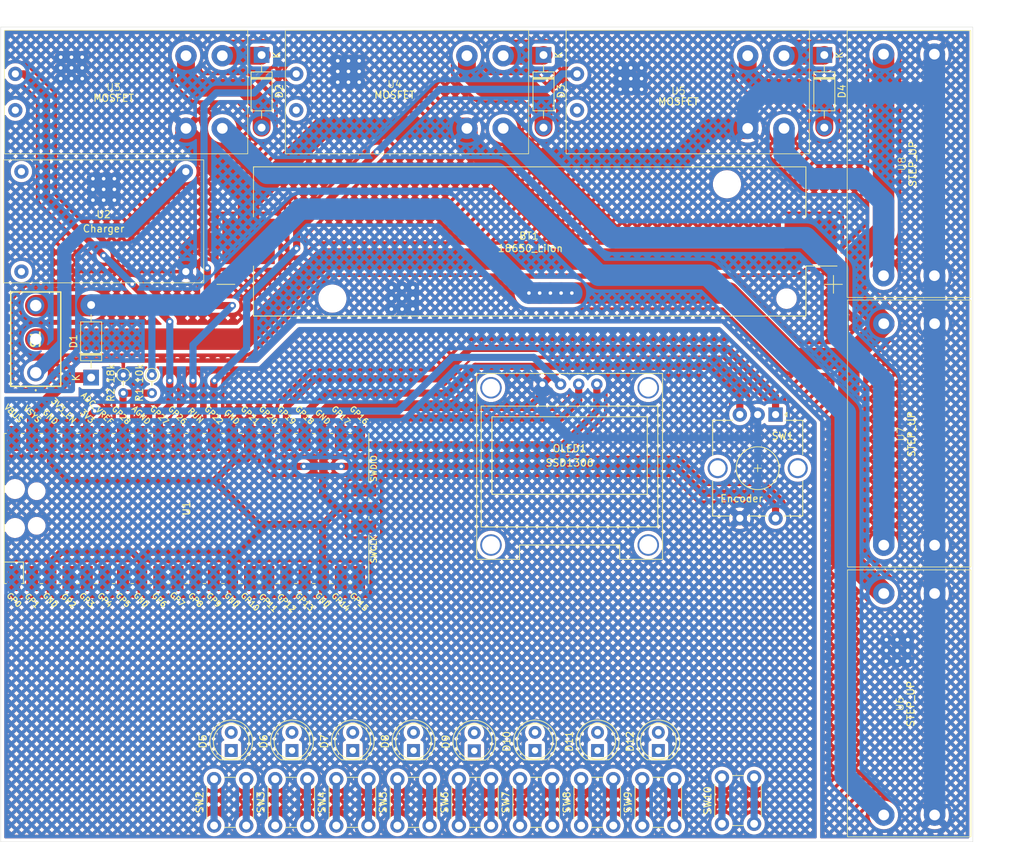
<source format=kicad_pcb>
(kicad_pcb
	(version 20240108)
	(generator "pcbnew")
	(generator_version "8.0")
	(general
		(thickness 1.6)
		(legacy_teardrops no)
	)
	(paper "A4")
	(title_block
		(title "LARS V2")
		(date "2024-04-01")
		(rev "1")
		(comment 1 "https://git.xythobuz.de/thomas/drumkit")
		(comment 2 "Licensed under the CERN-OHL-S-2.0+")
		(comment 4 "Copyright (c) 2024 Thomas Buck, Kauzerei")
	)
	(layers
		(0 "F.Cu" signal)
		(31 "B.Cu" signal)
		(32 "B.Adhes" user "B.Adhesive")
		(33 "F.Adhes" user "F.Adhesive")
		(34 "B.Paste" user)
		(35 "F.Paste" user)
		(36 "B.SilkS" user "B.Silkscreen")
		(37 "F.SilkS" user "F.Silkscreen")
		(38 "B.Mask" user)
		(39 "F.Mask" user)
		(40 "Dwgs.User" user "User.Drawings")
		(41 "Cmts.User" user "User.Comments")
		(42 "Eco1.User" user "User.Eco1")
		(43 "Eco2.User" user "User.Eco2")
		(44 "Edge.Cuts" user)
		(45 "Margin" user)
		(46 "B.CrtYd" user "B.Courtyard")
		(47 "F.CrtYd" user "F.Courtyard")
		(48 "B.Fab" user)
		(49 "F.Fab" user)
		(50 "User.1" user)
		(51 "User.2" user)
		(52 "User.3" user)
		(53 "User.4" user)
		(54 "User.5" user)
		(55 "User.6" user)
		(56 "User.7" user)
		(57 "User.8" user)
		(58 "User.9" user)
	)
	(setup
		(pad_to_mask_clearance 0)
		(allow_soldermask_bridges_in_footprints no)
		(pcbplotparams
			(layerselection 0x00010fc_ffffffff)
			(plot_on_all_layers_selection 0x0000000_00000000)
			(disableapertmacros no)
			(usegerberextensions no)
			(usegerberattributes yes)
			(usegerberadvancedattributes yes)
			(creategerberjobfile yes)
			(dashed_line_dash_ratio 12.000000)
			(dashed_line_gap_ratio 3.000000)
			(svgprecision 4)
			(plotframeref no)
			(viasonmask no)
			(mode 1)
			(useauxorigin no)
			(hpglpennumber 1)
			(hpglpenspeed 20)
			(hpglpendiameter 15.000000)
			(pdf_front_fp_property_popups yes)
			(pdf_back_fp_property_popups yes)
			(dxfpolygonmode yes)
			(dxfimperialunits yes)
			(dxfusepcbnewfont yes)
			(psnegative no)
			(psa4output no)
			(plotreference yes)
			(plotvalue yes)
			(plotfptext yes)
			(plotinvisibletext no)
			(sketchpadsonfab no)
			(subtractmaskfromsilk no)
			(outputformat 1)
			(mirror no)
			(drillshape 1)
			(scaleselection 1)
			(outputdirectory "")
		)
	)
	(net 0 "")
	(net 1 "unconnected-(U1-SWDIO-Pad43)")
	(net 2 "Net-(OLED1-SCL)")
	(net 3 "+BATT")
	(net 4 "unconnected-(U1-RUN-Pad30)")
	(net 5 "unconnected-(U1-ADC_VREF-Pad35)")
	(net 6 "Net-(OLED1-SDA)")
	(net 7 "Net-(U1-GPIO27_ADC1)")
	(net 8 "unconnected-(U1-GPIO10-Pad14)")
	(net 9 "unconnected-(U1-GPIO3-Pad5)")
	(net 10 "unconnected-(U1-GPIO8-Pad11)")
	(net 11 "unconnected-(U1-GPIO5-Pad7)")
	(net 12 "Net-(D1-K)")
	(net 13 "unconnected-(U1-GPIO2-Pad4)")
	(net 14 "unconnected-(U1-GPIO9-Pad12)")
	(net 15 "unconnected-(U1-GPIO6-Pad9)")
	(net 16 "Net-(U1-GPIO20)")
	(net 17 "unconnected-(U1-VBUS-Pad40)")
	(net 18 "Net-(U1-GPIO28_ADC2)")
	(net 19 "unconnected-(U1-3V3_EN-Pad37)")
	(net 20 "Net-(U1-GPIO19)")
	(net 21 "unconnected-(SW10-Pad2)")
	(net 22 "unconnected-(U1-GPIO12-Pad16)")
	(net 23 "unconnected-(U1-GPIO13-Pad17)")
	(net 24 "unconnected-(U1-GPIO4-Pad6)")
	(net 25 "unconnected-(U1-GPIO7-Pad10)")
	(net 26 "unconnected-(U1-GPIO1-Pad2)")
	(net 27 "unconnected-(U1-SWCLK-Pad41)")
	(net 28 "unconnected-(U1-AGND-Pad33)")
	(net 29 "unconnected-(U1-GPIO11-Pad15)")
	(net 30 "unconnected-(U1-GPIO0-Pad1)")
	(net 31 "unconnected-(U1-GPIO14-Pad19)")
	(net 32 "unconnected-(U1-GPIO15-Pad20)")
	(net 33 "Net-(U1-GPIO18)")
	(net 34 "+3.3V")
	(net 35 "-BATT")
	(net 36 "unconnected-(U2-Vin+-Pad1)")
	(net 37 "unconnected-(U2-Vin--Pad2)")
	(net 38 "unconnected-(SW2-Pad2)")
	(net 39 "unconnected-(SW2-Pad1)")
	(net 40 "unconnected-(SW3-Pad2)")
	(net 41 "unconnected-(SW3-Pad1)")
	(net 42 "unconnected-(SW4-Pad1)")
	(net 43 "unconnected-(SW4-Pad2)")
	(net 44 "unconnected-(SW5-Pad1)")
	(net 45 "unconnected-(SW5-Pad2)")
	(net 46 "Net-(D2-A)")
	(net 47 "Net-(D2-K)")
	(net 48 "unconnected-(U3-GND-Pad5)")
	(net 49 "Net-(D3-K)")
	(net 50 "Net-(D3-A)")
	(net 51 "unconnected-(U4-GND-Pad5)")
	(net 52 "Net-(D4-A)")
	(net 53 "Net-(D4-K)")
	(net 54 "Net-(U3-Vin+)")
	(net 55 "unconnected-(U5-GND-Pad5)")
	(net 56 "Net-(U4-Vin+)")
	(net 57 "Net-(U5-Vin+)")
	(net 58 "unconnected-(SW6-Pad2)")
	(net 59 "unconnected-(SW6-Pad1)")
	(net 60 "unconnected-(SW7-Pad1)")
	(net 61 "unconnected-(SW7-Pad2)")
	(net 62 "unconnected-(SW8-Pad1)")
	(net 63 "unconnected-(SW8-Pad2)")
	(net 64 "unconnected-(SW9-Pad2)")
	(net 65 "unconnected-(SW9-Pad1)")
	(net 66 "unconnected-(D5-A-Pad2)")
	(net 67 "unconnected-(D5-K-Pad1)")
	(net 68 "unconnected-(D6-K-Pad1)")
	(net 69 "unconnected-(D6-A-Pad2)")
	(net 70 "unconnected-(D7-A-Pad2)")
	(net 71 "unconnected-(D7-K-Pad1)")
	(net 72 "unconnected-(D8-K-Pad1)")
	(net 73 "unconnected-(D8-A-Pad2)")
	(net 74 "unconnected-(D9-K-Pad1)")
	(net 75 "unconnected-(D9-A-Pad2)")
	(net 76 "unconnected-(D10-A-Pad2)")
	(net 77 "unconnected-(D10-K-Pad1)")
	(net 78 "unconnected-(D11-K-Pad1)")
	(net 79 "unconnected-(D11-A-Pad2)")
	(net 80 "unconnected-(D12-A-Pad2)")
	(net 81 "unconnected-(D12-K-Pad1)")
	(net 82 "unconnected-(SW10-Pad1)")
	(net 83 "Net-(U1-GPIO22)")
	(net 84 "Net-(U1-GPIO26_ADC0)")
	(net 85 "Net-(BT1-+)")
	(net 86 "Net-(S1-NO)")
	(footprint "Button_Switch_THT:SW_PUSH_6mm_H5mm" (layer "F.Cu") (at 112.7 152.5 90))
	(footprint "chinese_modules:xy-mos" (layer "F.Cu") (at 117.406 41.244 180))
	(footprint "Button_Switch_THT:SW_PUSH_6mm_H5mm" (layer "F.Cu") (at 121.25 152.5 90))
	(footprint "Diode_THT:D_DO-41_SOD81_P10.16mm_Horizontal" (layer "F.Cu") (at 198.068 44.7 -90))
	(footprint "chinese_modules:dc-dc module" (layer "F.Cu") (at 208.388 57.28 -90))
	(footprint "Button_Switch_THT:SW_PUSH_6mm_H5mm" (layer "F.Cu") (at 155.5 152.5 90))
	(footprint "Rotary_Encoder:RotaryEncoder_Alps_EC12E-Switch_Vertical_H20mm_CircularMountingHoles" (layer "F.Cu") (at 191.25 95 -90))
	(footprint "Button_Switch_THT:SW_PUSH_6mm_H5mm" (layer "F.Cu") (at 138.35 152.5 90))
	(footprint "Button_Switch_THT:SW_PUSH_6mm_H5mm" (layer "F.Cu") (at 129.8 152.5 90))
	(footprint "KiCad-RP-Pico:RPi_Pico_SMD_only" (layer "F.Cu") (at 108.85 108.14 90))
	(footprint "chinese_modules:dc-dc module" (layer "F.Cu") (at 208.42 94.98 -90))
	(footprint "Diode_THT:D_DO-41_SOD81_P10.16mm_Horizontal" (layer "F.Cu") (at 119.35 44.7 -90))
	(footprint "LED_THT:LED_D5.0mm" (layer "F.Cu") (at 174.85 142 90))
	(footprint "chinese_modules:xy-mos" (layer "F.Cu") (at 195.986 41.244 180))
	(footprint "ssd1306:SSD1306_0.96_Oled" (layer "F.Cu") (at 149.44 115.25))
	(footprint "LED_THT:LED_D5.0mm" (layer "F.Cu") (at 149.1 142.04 90))
	(footprint "Resistor_THT:R_Axial_DIN0204_L3.6mm_D1.6mm_P2.54mm_Vertical" (layer "F.Cu") (at 104 89.46 -90))
	(footprint "Diode_THT:D_DO-41_SOD81_P10.16mm_Horizontal" (layer "F.Cu") (at 95.5 89.83 90))
	(footprint "Battery:BatteryHolder_Keystone_1042_1x18650" (layer "F.Cu") (at 156.85 70.78 180))
	(footprint "Button_Switch_THT:SW_PUSH_6mm_H5mm" (layer "F.Cu") (at 164.05 152.5 90))
	(footprint "Diode_THT:D_DO-41_SOD81_P10.16mm_Horizontal" (layer "F.Cu") (at 158.786 44.7 -90))
	(footprint "LED_THT:LED_D5.0mm" (layer "F.Cu") (at 157.6 142 90))
	(footprint "LED_THT:LED_D5.0mm" (layer "F.Cu") (at 115.1 142 90))
	(footprint "5236ab:5236AB" (layer "F.Cu") (at 87.75 89.15 90))
	(footprint "Resistor_THT:R_Axial_DIN0204_L3.6mm_D1.6mm_P2.54mm_Vertical" (layer "F.Cu") (at 100 89.46 -90))
	(footprint "LED_THT:LED_D5.0mm" (layer "F.Cu") (at 123.6 142 90))
	(footprint "Button_Switch_THT:SW_PUSH_6mm_H5mm" (layer "F.Cu") (at 146.95 152.5 90))
	(footprint "chinese_modules:charger" (layer "F.Cu") (at 97.25 68))
	(footprint "LED_THT:LED_D5.0mm" (layer "F.Cu") (at 166.35 142 90))
	(footprint "Button_Switch_THT:SW_PUSH_6mm_H5mm" (layer "F.Cu") (at 183.75 152.25 90))
	(footprint "chinese_modules:xy-mos" (layer "F.Cu") (at 156.704 41.244 180))
	(footprint "chinese_modules:dc-dc module"
		(layer "F.Cu")
		(uuid "dbee5dc1-1f81-4c77-9a9c-8cab1e103166")
		(at 208.42 132.73 -90)
		(property "Reference" "U6"
			(at 2.752 -0.236 90)
			(unlocked yes)
			(layer "F.SilkS")
			(uuid "844ffec1-4dc0-4aa3-9faa-553e40392c77")
			(effects
				(font
					(size 1 1)
					(thickness 0.1)
				)
			)
		)
		(property "Value" "STEP_UP"
			(at 2.752 -1.736 90)
			(unlocked yes)
			(layer "F.SilkS")
			(uuid "f60f4e39-43e8-4bb1-a231-8785ad5ed366")
			(effects
				(font
					(size 1 1)
					(thickness 0.15)
				)
			)
		)
		(property "Footprint" "chinese_modules:dc-dc module"
			(at 0 0 -90)
			(unlocked yes)
			(layer "F.Fab")
			(hide yes)
			(uuid "b0ad
... [4746224 chars truncated]
</source>
